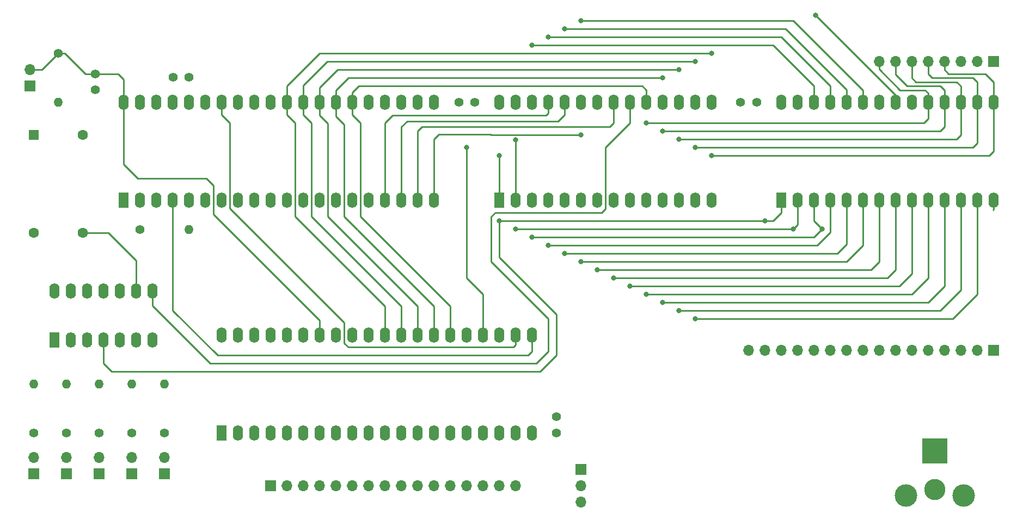
<source format=gbr>
%TF.GenerationSoftware,KiCad,Pcbnew,(5.1.8-0-10_14)*%
%TF.CreationDate,2020-12-19T18:42:48-08:00*%
%TF.ProjectId,Ben6502,42656e36-3530-4322-9e6b-696361645f70,rev?*%
%TF.SameCoordinates,Original*%
%TF.FileFunction,Copper,L4,Bot*%
%TF.FilePolarity,Positive*%
%FSLAX46Y46*%
G04 Gerber Fmt 4.6, Leading zero omitted, Abs format (unit mm)*
G04 Created by KiCad (PCBNEW (5.1.8-0-10_14)) date 2020-12-19 18:42:48*
%MOMM*%
%LPD*%
G01*
G04 APERTURE LIST*
%TA.AperFunction,ComponentPad*%
%ADD10C,3.500000*%
%TD*%
%TA.AperFunction,ComponentPad*%
%ADD11C,3.300000*%
%TD*%
%TA.AperFunction,ComponentPad*%
%ADD12R,4.000000X4.000000*%
%TD*%
%TA.AperFunction,ComponentPad*%
%ADD13O,1.700000X1.700000*%
%TD*%
%TA.AperFunction,ComponentPad*%
%ADD14R,1.700000X1.700000*%
%TD*%
%TA.AperFunction,ComponentPad*%
%ADD15O,1.600000X2.400000*%
%TD*%
%TA.AperFunction,ComponentPad*%
%ADD16R,1.600000X2.400000*%
%TD*%
%TA.AperFunction,ComponentPad*%
%ADD17C,1.600000*%
%TD*%
%TA.AperFunction,ComponentPad*%
%ADD18R,1.600000X1.600000*%
%TD*%
%TA.AperFunction,ComponentPad*%
%ADD19O,1.400000X1.400000*%
%TD*%
%TA.AperFunction,ComponentPad*%
%ADD20C,1.400000*%
%TD*%
%TA.AperFunction,ViaPad*%
%ADD21C,0.800000*%
%TD*%
%TA.AperFunction,Conductor*%
%ADD22C,0.250000*%
%TD*%
G04 APERTURE END LIST*
D10*
%TO.P,J3,MP*%
%TO.N,N/C*%
X234751000Y-129174000D03*
X225751000Y-129174000D03*
D11*
%TO.P,J3,2*%
%TO.N,VCC*%
X230251000Y-128174000D03*
D12*
%TO.P,J3,1*%
%TO.N,GND*%
X230251000Y-122174000D03*
%TD*%
D13*
%TO.P,J2,16*%
%TO.N,/A15*%
X201295000Y-106553000D03*
%TO.P,J2,15*%
%TO.N,/A14*%
X203835000Y-106553000D03*
%TO.P,J2,14*%
%TO.N,/A13*%
X206375000Y-106553000D03*
%TO.P,J2,13*%
%TO.N,/A12*%
X208915000Y-106553000D03*
%TO.P,J2,12*%
%TO.N,/A11*%
X211455000Y-106553000D03*
%TO.P,J2,11*%
%TO.N,/A10*%
X213995000Y-106553000D03*
%TO.P,J2,10*%
%TO.N,/A9*%
X216535000Y-106553000D03*
%TO.P,J2,9*%
%TO.N,/A8*%
X219075000Y-106553000D03*
%TO.P,J2,8*%
%TO.N,/A7*%
X221615000Y-106553000D03*
%TO.P,J2,7*%
%TO.N,/A6*%
X224155000Y-106553000D03*
%TO.P,J2,6*%
%TO.N,/A5*%
X226695000Y-106553000D03*
%TO.P,J2,5*%
%TO.N,/A4*%
X229235000Y-106553000D03*
%TO.P,J2,4*%
%TO.N,/A3*%
X231775000Y-106553000D03*
%TO.P,J2,3*%
%TO.N,/A2*%
X234315000Y-106553000D03*
%TO.P,J2,2*%
%TO.N,/A1*%
X236855000Y-106553000D03*
D14*
%TO.P,J2,1*%
%TO.N,/A0*%
X239395000Y-106553000D03*
%TD*%
D13*
%TO.P,J1,8*%
%TO.N,/D7*%
X221615000Y-61595000D03*
%TO.P,J1,7*%
%TO.N,/D6*%
X224155000Y-61595000D03*
%TO.P,J1,6*%
%TO.N,/D5*%
X226695000Y-61595000D03*
%TO.P,J1,5*%
%TO.N,/D4*%
X229235000Y-61595000D03*
%TO.P,J1,4*%
%TO.N,/D3*%
X231775000Y-61595000D03*
%TO.P,J1,3*%
%TO.N,/D2*%
X234315000Y-61595000D03*
%TO.P,J1,2*%
%TO.N,/D1*%
X236855000Y-61595000D03*
D14*
%TO.P,J1,1*%
%TO.N,/D0*%
X239395000Y-61595000D03*
%TD*%
D15*
%TO.P,U5,28*%
%TO.N,VCC*%
X206375000Y-67945000D03*
%TO.P,U5,14*%
%TO.N,GND*%
X239395000Y-83185000D03*
%TO.P,U5,27*%
%TO.N,VCC*%
X208915000Y-67945000D03*
%TO.P,U5,13*%
%TO.N,/D2*%
X236855000Y-83185000D03*
%TO.P,U5,26*%
%TO.N,/A13*%
X211455000Y-67945000D03*
%TO.P,U5,12*%
%TO.N,/D1*%
X234315000Y-83185000D03*
%TO.P,U5,25*%
%TO.N,/A8*%
X213995000Y-67945000D03*
%TO.P,U5,11*%
%TO.N,/D0*%
X231775000Y-83185000D03*
%TO.P,U5,24*%
%TO.N,/A9*%
X216535000Y-67945000D03*
%TO.P,U5,10*%
%TO.N,/A0*%
X229235000Y-83185000D03*
%TO.P,U5,23*%
%TO.N,/A11*%
X219075000Y-67945000D03*
%TO.P,U5,9*%
%TO.N,/A1*%
X226695000Y-83185000D03*
%TO.P,U5,22*%
%TO.N,GND*%
X221615000Y-67945000D03*
%TO.P,U5,8*%
%TO.N,/A2*%
X224155000Y-83185000D03*
%TO.P,U5,21*%
%TO.N,/A10*%
X224155000Y-67945000D03*
%TO.P,U5,7*%
%TO.N,/A3*%
X221615000Y-83185000D03*
%TO.P,U5,20*%
%TO.N,Net-(U5-Pad20)*%
X226695000Y-67945000D03*
%TO.P,U5,6*%
%TO.N,/A4*%
X219075000Y-83185000D03*
%TO.P,U5,19*%
%TO.N,/D7*%
X229235000Y-67945000D03*
%TO.P,U5,5*%
%TO.N,/A5*%
X216535000Y-83185000D03*
%TO.P,U5,18*%
%TO.N,/D6*%
X231775000Y-67945000D03*
%TO.P,U5,4*%
%TO.N,/A6*%
X213995000Y-83185000D03*
%TO.P,U5,17*%
%TO.N,/D5*%
X234315000Y-67945000D03*
%TO.P,U5,3*%
%TO.N,/A7*%
X211455000Y-83185000D03*
%TO.P,U5,16*%
%TO.N,/D4*%
X236855000Y-67945000D03*
%TO.P,U5,2*%
%TO.N,/A12*%
X208915000Y-83185000D03*
%TO.P,U5,15*%
%TO.N,/D3*%
X239395000Y-67945000D03*
D16*
%TO.P,U5,1*%
%TO.N,/A14*%
X206375000Y-83185000D03*
%TD*%
D15*
%TO.P,U2,28*%
%TO.N,VCC*%
X162560000Y-67945000D03*
%TO.P,U2,14*%
%TO.N,GND*%
X195580000Y-83185000D03*
%TO.P,U2,27*%
%TO.N,Net-(U2-Pad27)*%
X165100000Y-67945000D03*
%TO.P,U2,13*%
%TO.N,/D2*%
X193040000Y-83185000D03*
%TO.P,U2,26*%
%TO.N,/A13*%
X167640000Y-67945000D03*
%TO.P,U2,12*%
%TO.N,/D1*%
X190500000Y-83185000D03*
%TO.P,U2,25*%
%TO.N,/A8*%
X170180000Y-67945000D03*
%TO.P,U2,11*%
%TO.N,/D0*%
X187960000Y-83185000D03*
%TO.P,U2,24*%
%TO.N,/A9*%
X172720000Y-67945000D03*
%TO.P,U2,10*%
%TO.N,/A0*%
X185420000Y-83185000D03*
%TO.P,U2,23*%
%TO.N,/A11*%
X175260000Y-67945000D03*
%TO.P,U2,9*%
%TO.N,/A1*%
X182880000Y-83185000D03*
%TO.P,U2,22*%
%TO.N,/A14*%
X177800000Y-67945000D03*
%TO.P,U2,8*%
%TO.N,/A2*%
X180340000Y-83185000D03*
%TO.P,U2,21*%
%TO.N,/A10*%
X180340000Y-67945000D03*
%TO.P,U2,7*%
%TO.N,/A3*%
X177800000Y-83185000D03*
%TO.P,U2,20*%
%TO.N,Net-(U2-Pad20)*%
X182880000Y-67945000D03*
%TO.P,U2,6*%
%TO.N,/A4*%
X175260000Y-83185000D03*
%TO.P,U2,19*%
%TO.N,/D7*%
X185420000Y-67945000D03*
%TO.P,U2,5*%
%TO.N,/A5*%
X172720000Y-83185000D03*
%TO.P,U2,18*%
%TO.N,/D6*%
X187960000Y-67945000D03*
%TO.P,U2,4*%
%TO.N,/A6*%
X170180000Y-83185000D03*
%TO.P,U2,17*%
%TO.N,/D5*%
X190500000Y-67945000D03*
%TO.P,U2,3*%
%TO.N,/A7*%
X167640000Y-83185000D03*
%TO.P,U2,16*%
%TO.N,/D4*%
X193040000Y-67945000D03*
%TO.P,U2,2*%
%TO.N,/A12*%
X165100000Y-83185000D03*
%TO.P,U2,15*%
%TO.N,/D3*%
X195580000Y-67945000D03*
D16*
%TO.P,U2,1*%
%TO.N,/A14*%
X162560000Y-83185000D03*
%TD*%
D17*
%TO.P,X1,7*%
%TO.N,GND*%
X90170000Y-88265000D03*
%TO.P,X1,8*%
%TO.N,CLK*%
X97790000Y-88265000D03*
%TO.P,X1,14*%
%TO.N,VCC*%
X97790000Y-73025000D03*
D18*
%TO.P,X1,1*%
%TO.N,N/C*%
X90170000Y-73025000D03*
%TD*%
D15*
%TO.P,U6,14*%
%TO.N,VCC*%
X93345000Y-97282000D03*
%TO.P,U6,7*%
%TO.N,GND*%
X108585000Y-104902000D03*
%TO.P,U6,13*%
%TO.N,/A15*%
X95885000Y-97282000D03*
%TO.P,U6,6*%
%TO.N,Net-(U4-Pad23)*%
X106045000Y-104902000D03*
%TO.P,U6,12*%
%TO.N,/A15*%
X98425000Y-97282000D03*
%TO.P,U6,5*%
%TO.N,Net-(U5-Pad20)*%
X103505000Y-104902000D03*
%TO.P,U6,11*%
X100965000Y-97282000D03*
%TO.P,U6,4*%
%TO.N,/A14*%
X100965000Y-104902000D03*
%TO.P,U6,10*%
%TO.N,Net-(U5-Pad20)*%
X103505000Y-97282000D03*
%TO.P,U6,3*%
%TO.N,N/C*%
X98425000Y-104902000D03*
%TO.P,U6,9*%
%TO.N,CLK*%
X106045000Y-97282000D03*
%TO.P,U6,2*%
%TO.N,N/C*%
X95885000Y-104902000D03*
%TO.P,U6,8*%
%TO.N,Net-(U2-Pad20)*%
X108585000Y-97282000D03*
D16*
%TO.P,U6,1*%
%TO.N,N/C*%
X93345000Y-104902000D03*
%TD*%
D15*
%TO.P,U4,40*%
%TO.N,N/C*%
X119380000Y-104140000D03*
%TO.P,U4,20*%
%TO.N,VCC*%
X167640000Y-119380000D03*
%TO.P,U4,39*%
%TO.N,N/C*%
X121920000Y-104140000D03*
%TO.P,U4,19*%
X165100000Y-119380000D03*
%TO.P,U4,38*%
%TO.N,/A0*%
X124460000Y-104140000D03*
%TO.P,U4,18*%
%TO.N,N/C*%
X162560000Y-119380000D03*
%TO.P,U4,37*%
%TO.N,/A1*%
X127000000Y-104140000D03*
%TO.P,U4,17*%
%TO.N,Net-(U1-Pad14)*%
X160020000Y-119380000D03*
%TO.P,U4,36*%
%TO.N,/A2*%
X129540000Y-104140000D03*
%TO.P,U4,16*%
%TO.N,Net-(U1-Pad13)*%
X157480000Y-119380000D03*
%TO.P,U4,35*%
%TO.N,/A3*%
X132080000Y-104140000D03*
%TO.P,U4,15*%
%TO.N,Net-(U1-Pad12)*%
X154940000Y-119380000D03*
%TO.P,U4,34*%
%TO.N,Net-(C1-Pad1)*%
X134620000Y-104140000D03*
%TO.P,U4,14*%
%TO.N,Net-(U1-Pad11)*%
X152400000Y-119380000D03*
%TO.P,U4,33*%
%TO.N,/D0*%
X137160000Y-104140000D03*
%TO.P,U4,13*%
%TO.N,Net-(U1-Pad10)*%
X149860000Y-119380000D03*
%TO.P,U4,32*%
%TO.N,/D1*%
X139700000Y-104140000D03*
%TO.P,U4,12*%
%TO.N,Net-(U1-Pad9)*%
X147320000Y-119380000D03*
%TO.P,U4,31*%
%TO.N,/D2*%
X142240000Y-104140000D03*
%TO.P,U4,11*%
%TO.N,Net-(U1-Pad8)*%
X144780000Y-119380000D03*
%TO.P,U4,30*%
%TO.N,/D3*%
X144780000Y-104140000D03*
%TO.P,U4,10*%
%TO.N,Net-(U1-Pad7)*%
X142240000Y-119380000D03*
%TO.P,U4,29*%
%TO.N,/D4*%
X147320000Y-104140000D03*
%TO.P,U4,9*%
%TO.N,Net-(U1-Pad6)*%
X139700000Y-119380000D03*
%TO.P,U4,28*%
%TO.N,/D5*%
X149860000Y-104140000D03*
%TO.P,U4,8*%
%TO.N,Net-(U1-Pad5)*%
X137160000Y-119380000D03*
%TO.P,U4,27*%
%TO.N,/D6*%
X152400000Y-104140000D03*
%TO.P,U4,7*%
%TO.N,Net-(U1-Pad4)*%
X134620000Y-119380000D03*
%TO.P,U4,26*%
%TO.N,/D7*%
X154940000Y-104140000D03*
%TO.P,U4,6*%
%TO.N,Net-(R7-Pad1)*%
X132080000Y-119380000D03*
%TO.P,U4,25*%
%TO.N,CLK*%
X157480000Y-104140000D03*
%TO.P,U4,5*%
%TO.N,Net-(R6-Pad1)*%
X129540000Y-119380000D03*
%TO.P,U4,24*%
%TO.N,/A13*%
X160020000Y-104140000D03*
%TO.P,U4,4*%
%TO.N,Net-(R5-Pad1)*%
X127000000Y-119380000D03*
%TO.P,U4,23*%
%TO.N,Net-(U4-Pad23)*%
X162560000Y-104140000D03*
%TO.P,U4,3*%
%TO.N,Net-(R4-Pad1)*%
X124460000Y-119380000D03*
%TO.P,U4,22*%
%TO.N,Net-(U2-Pad27)*%
X165100000Y-104140000D03*
%TO.P,U4,2*%
%TO.N,Net-(R3-Pad1)*%
X121920000Y-119380000D03*
%TO.P,U4,21*%
%TO.N,IRQ*%
X167640000Y-104140000D03*
D16*
%TO.P,U4,1*%
%TO.N,GND*%
X119380000Y-119380000D03*
%TD*%
D15*
%TO.P,U3,40*%
%TO.N,Net-(C1-Pad1)*%
X104140000Y-67945000D03*
%TO.P,U3,20*%
%TO.N,/A11*%
X152400000Y-83185000D03*
%TO.P,U3,39*%
%TO.N,N/C*%
X106680000Y-67945000D03*
%TO.P,U3,19*%
%TO.N,/A10*%
X149860000Y-83185000D03*
%TO.P,U3,38*%
%TO.N,N/C*%
X109220000Y-67945000D03*
%TO.P,U3,18*%
%TO.N,/A9*%
X147320000Y-83185000D03*
%TO.P,U3,37*%
%TO.N,CLK*%
X111760000Y-67945000D03*
%TO.P,U3,17*%
%TO.N,/A8*%
X144780000Y-83185000D03*
%TO.P,U3,36*%
%TO.N,VCC*%
X114300000Y-67945000D03*
%TO.P,U3,16*%
%TO.N,/A7*%
X142240000Y-83185000D03*
%TO.P,U3,35*%
%TO.N,N/C*%
X116840000Y-67945000D03*
%TO.P,U3,15*%
%TO.N,/A6*%
X139700000Y-83185000D03*
%TO.P,U3,34*%
%TO.N,Net-(U2-Pad27)*%
X119380000Y-67945000D03*
%TO.P,U3,14*%
%TO.N,/A5*%
X137160000Y-83185000D03*
%TO.P,U3,33*%
%TO.N,/D0*%
X121920000Y-67945000D03*
%TO.P,U3,13*%
%TO.N,/A4*%
X134620000Y-83185000D03*
%TO.P,U3,32*%
%TO.N,/D1*%
X124460000Y-67945000D03*
%TO.P,U3,12*%
%TO.N,/A3*%
X132080000Y-83185000D03*
%TO.P,U3,31*%
%TO.N,/D2*%
X127000000Y-67945000D03*
%TO.P,U3,11*%
%TO.N,/A2*%
X129540000Y-83185000D03*
%TO.P,U3,30*%
%TO.N,/D3*%
X129540000Y-67945000D03*
%TO.P,U3,10*%
%TO.N,/A1*%
X127000000Y-83185000D03*
%TO.P,U3,29*%
%TO.N,/D4*%
X132080000Y-67945000D03*
%TO.P,U3,9*%
%TO.N,/A0*%
X124460000Y-83185000D03*
%TO.P,U3,28*%
%TO.N,/D5*%
X134620000Y-67945000D03*
%TO.P,U3,8*%
%TO.N,VCC*%
X121920000Y-83185000D03*
%TO.P,U3,27*%
%TO.N,/D6*%
X137160000Y-67945000D03*
%TO.P,U3,7*%
%TO.N,N/C*%
X119380000Y-83185000D03*
%TO.P,U3,26*%
%TO.N,/D7*%
X139700000Y-67945000D03*
%TO.P,U3,6*%
%TO.N,VCC*%
X116840000Y-83185000D03*
%TO.P,U3,25*%
%TO.N,/A15*%
X142240000Y-67945000D03*
%TO.P,U3,5*%
%TO.N,N/C*%
X114300000Y-83185000D03*
%TO.P,U3,24*%
%TO.N,/A14*%
X144780000Y-67945000D03*
%TO.P,U3,4*%
%TO.N,IRQ*%
X111760000Y-83185000D03*
%TO.P,U3,23*%
%TO.N,/A13*%
X147320000Y-67945000D03*
%TO.P,U3,3*%
%TO.N,N/C*%
X109220000Y-83185000D03*
%TO.P,U3,22*%
%TO.N,/A12*%
X149860000Y-67945000D03*
%TO.P,U3,2*%
%TO.N,Net-(R2-Pad1)*%
X106680000Y-83185000D03*
%TO.P,U3,21*%
%TO.N,GND*%
X152400000Y-67945000D03*
D16*
%TO.P,U3,1*%
%TO.N,N/C*%
X104140000Y-83185000D03*
%TD*%
D13*
%TO.P,U1,16*%
%TO.N,GND*%
X165100000Y-127635000D03*
%TO.P,U1,15*%
%TO.N,VCC*%
X162560000Y-127635000D03*
%TO.P,U1,14*%
%TO.N,Net-(U1-Pad14)*%
X160020000Y-127635000D03*
%TO.P,U1,13*%
%TO.N,Net-(U1-Pad13)*%
X157480000Y-127635000D03*
%TO.P,U1,12*%
%TO.N,Net-(U1-Pad12)*%
X154940000Y-127635000D03*
%TO.P,U1,11*%
%TO.N,Net-(U1-Pad11)*%
X152400000Y-127635000D03*
%TO.P,U1,10*%
%TO.N,Net-(U1-Pad10)*%
X149860000Y-127635000D03*
%TO.P,U1,9*%
%TO.N,Net-(U1-Pad9)*%
X147320000Y-127635000D03*
%TO.P,U1,8*%
%TO.N,Net-(U1-Pad8)*%
X144780000Y-127635000D03*
%TO.P,U1,7*%
%TO.N,Net-(U1-Pad7)*%
X142240000Y-127635000D03*
%TO.P,U1,6*%
%TO.N,Net-(U1-Pad6)*%
X139700000Y-127635000D03*
%TO.P,U1,5*%
%TO.N,Net-(U1-Pad5)*%
X137160000Y-127635000D03*
%TO.P,U1,4*%
%TO.N,Net-(U1-Pad4)*%
X134620000Y-127635000D03*
%TO.P,U1,3*%
%TO.N,Net-(RV1-Pad2)*%
X132080000Y-127635000D03*
%TO.P,U1,2*%
%TO.N,VCC*%
X129540000Y-127635000D03*
D14*
%TO.P,U1,1*%
%TO.N,GND*%
X127000000Y-127635000D03*
%TD*%
D13*
%TO.P,SW5,2*%
%TO.N,Net-(R7-Pad1)*%
X90170000Y-123190000D03*
D14*
%TO.P,SW5,1*%
%TO.N,GND*%
X90170000Y-125730000D03*
%TD*%
D13*
%TO.P,SW4,2*%
%TO.N,Net-(R6-Pad1)*%
X95250000Y-123190000D03*
D14*
%TO.P,SW4,1*%
%TO.N,GND*%
X95250000Y-125730000D03*
%TD*%
D13*
%TO.P,SW3,2*%
%TO.N,Net-(R5-Pad1)*%
X100330000Y-123190000D03*
D14*
%TO.P,SW3,1*%
%TO.N,GND*%
X100330000Y-125730000D03*
%TD*%
D13*
%TO.P,SW2,2*%
%TO.N,Net-(R4-Pad1)*%
X105410000Y-123190000D03*
D14*
%TO.P,SW2,1*%
%TO.N,GND*%
X105410000Y-125730000D03*
%TD*%
D13*
%TO.P,SW1,2*%
%TO.N,Net-(R3-Pad1)*%
X110490000Y-123190000D03*
D14*
%TO.P,SW1,1*%
%TO.N,GND*%
X110490000Y-125730000D03*
%TD*%
D13*
%TO.P,RV1,3*%
%TO.N,N/C*%
X175260000Y-130175000D03*
%TO.P,RV1,2*%
%TO.N,Net-(RV1-Pad2)*%
X175260000Y-127635000D03*
D14*
%TO.P,RV1,1*%
%TO.N,GND*%
X175260000Y-125095000D03*
%TD*%
D13*
%TO.P,RESET1,2*%
%TO.N,Net-(C1-Pad1)*%
X89535000Y-62865000D03*
D14*
%TO.P,RESET1,1*%
%TO.N,GND*%
X89535000Y-65405000D03*
%TD*%
D19*
%TO.P,R7,2*%
%TO.N,VCC*%
X90170000Y-111760000D03*
D20*
%TO.P,R7,1*%
%TO.N,Net-(R7-Pad1)*%
X90170000Y-119380000D03*
%TD*%
D19*
%TO.P,R6,2*%
%TO.N,VCC*%
X95250000Y-111760000D03*
D20*
%TO.P,R6,1*%
%TO.N,Net-(R6-Pad1)*%
X95250000Y-119380000D03*
%TD*%
D19*
%TO.P,R5,2*%
%TO.N,VCC*%
X100330000Y-111760000D03*
D20*
%TO.P,R5,1*%
%TO.N,Net-(R5-Pad1)*%
X100330000Y-119380000D03*
%TD*%
D19*
%TO.P,R4,2*%
%TO.N,VCC*%
X105410000Y-111760000D03*
D20*
%TO.P,R4,1*%
%TO.N,Net-(R4-Pad1)*%
X105410000Y-119380000D03*
%TD*%
D19*
%TO.P,R3,2*%
%TO.N,VCC*%
X110490000Y-111760000D03*
D20*
%TO.P,R3,1*%
%TO.N,Net-(R3-Pad1)*%
X110490000Y-119380000D03*
%TD*%
D19*
%TO.P,R2,2*%
%TO.N,VCC*%
X114300000Y-87757000D03*
D20*
%TO.P,R2,1*%
%TO.N,Net-(R2-Pad1)*%
X106680000Y-87757000D03*
%TD*%
D19*
%TO.P,R1,2*%
%TO.N,VCC*%
X93980000Y-67945000D03*
D20*
%TO.P,R1,1*%
%TO.N,Net-(C1-Pad1)*%
X93980000Y-60325000D03*
%TD*%
%TO.P,C5,2*%
%TO.N,GND*%
X200065000Y-67945000D03*
%TO.P,C5,1*%
%TO.N,VCC*%
X202565000Y-67945000D03*
%TD*%
%TO.P,C4,2*%
%TO.N,GND*%
X171450000Y-116880000D03*
%TO.P,C4,1*%
%TO.N,VCC*%
X171450000Y-119380000D03*
%TD*%
%TO.P,C3,2*%
%TO.N,GND*%
X111800000Y-64008000D03*
%TO.P,C3,1*%
%TO.N,VCC*%
X114300000Y-64008000D03*
%TD*%
%TO.P,C2,2*%
%TO.N,GND*%
X156250000Y-67945000D03*
%TO.P,C2,1*%
%TO.N,VCC*%
X158750000Y-67945000D03*
%TD*%
%TO.P,C1,2*%
%TO.N,GND*%
X99695000Y-66000000D03*
%TO.P,C1,1*%
%TO.N,Net-(C1-Pad1)*%
X99695000Y-63500000D03*
%TD*%
D21*
%TO.N,/D2*%
X193040000Y-101600000D03*
%TO.N,/A13*%
X157480000Y-74930000D03*
X167640000Y-59054990D03*
%TO.N,/D1*%
X190499993Y-100330007D03*
%TO.N,/A8*%
X170180000Y-57785000D03*
%TO.N,/D0*%
X187960000Y-99060000D03*
%TO.N,/A9*%
X172720000Y-56515000D03*
%TO.N,/A0*%
X185420000Y-97790000D03*
%TO.N,/A11*%
X175260000Y-73025000D03*
X175260000Y-55245000D03*
%TO.N,/A1*%
X182880000Y-96520000D03*
%TO.N,/A14*%
X162560000Y-86360000D03*
X162560000Y-76200000D03*
X203835000Y-86360000D03*
%TO.N,/A2*%
X180340000Y-95250000D03*
%TO.N,/A10*%
X211709022Y-54356000D03*
%TO.N,/A3*%
X177800000Y-93980000D03*
%TO.N,/A4*%
X175260000Y-92709988D03*
%TO.N,/D7*%
X185420000Y-71120002D03*
%TO.N,/A5*%
X172720000Y-91440000D03*
%TO.N,/D6*%
X187960000Y-64135000D03*
X187960000Y-72390000D03*
%TO.N,/A6*%
X170180000Y-90169992D03*
%TO.N,/D5*%
X190500000Y-62865016D03*
X190500000Y-73660000D03*
%TO.N,/A7*%
X167640000Y-88900000D03*
X212725000Y-87630000D03*
%TO.N,/D4*%
X193040026Y-61595000D03*
X193040000Y-74930000D03*
%TO.N,/A12*%
X165100000Y-87630000D03*
X165100000Y-73752010D03*
X208280000Y-87630000D03*
%TO.N,/D3*%
X195580000Y-60325000D03*
X195580000Y-76200000D03*
%TD*%
D22*
%TO.N,GND*%
X239395000Y-84639000D02*
X239321999Y-84712001D01*
X239395000Y-83185000D02*
X239395000Y-84639000D01*
%TO.N,Net-(C1-Pad1)*%
X91440000Y-62865000D02*
X93980000Y-60325000D01*
X89535000Y-62865000D02*
X91440000Y-62865000D01*
X98171000Y-63500000D02*
X99695000Y-63500000D01*
X94996000Y-60325000D02*
X98171000Y-63500000D01*
X93980000Y-60325000D02*
X94996000Y-60325000D01*
X104140000Y-64389000D02*
X104140000Y-67945000D01*
X103251000Y-63500000D02*
X104140000Y-64389000D01*
X99695000Y-63500000D02*
X103251000Y-63500000D01*
X134620000Y-101917500D02*
X134620000Y-104140000D01*
X118110000Y-85407500D02*
X134620000Y-101917500D01*
X116967000Y-79756000D02*
X118110000Y-80899000D01*
X106299000Y-79756000D02*
X116967000Y-79756000D01*
X118110000Y-80899000D02*
X118110000Y-85407500D01*
X104140000Y-77597000D02*
X106299000Y-79756000D01*
X104140000Y-67945000D02*
X104140000Y-77597000D01*
%TO.N,Net-(U2-Pad27)*%
X164719000Y-106045000D02*
X165100000Y-105664000D01*
X139065000Y-106045000D02*
X164719000Y-106045000D01*
X138430000Y-105410000D02*
X139065000Y-106045000D01*
X120650000Y-71120000D02*
X120650000Y-84455000D01*
X138430000Y-102235000D02*
X138430000Y-105410000D01*
X120650000Y-84455000D02*
X138430000Y-102235000D01*
X119380000Y-69850000D02*
X120650000Y-71120000D01*
X165100000Y-105664000D02*
X165100000Y-104140000D01*
X119380000Y-67945000D02*
X119380000Y-69850000D01*
%TO.N,/D2*%
X233045000Y-101600000D02*
X193040000Y-101600000D01*
X236855000Y-97790000D02*
X233045000Y-101600000D01*
X236855000Y-83185000D02*
X236855000Y-97790000D01*
%TO.N,/A13*%
X157480000Y-95250000D02*
X157480000Y-74930000D01*
X160020000Y-97790000D02*
X157480000Y-95250000D01*
X160020000Y-104140000D02*
X160020000Y-97790000D01*
X205104990Y-59054990D02*
X167640000Y-59054990D01*
X211455000Y-65405000D02*
X205104990Y-59054990D01*
X211455000Y-67945000D02*
X211455000Y-65405000D01*
%TO.N,/D1*%
X234315000Y-97155000D02*
X231139993Y-100330007D01*
X231139993Y-100330007D02*
X190499993Y-100330007D01*
X234315000Y-83185000D02*
X234315000Y-97155000D01*
%TO.N,/A8*%
X206375000Y-57785000D02*
X170180000Y-57785000D01*
X213995000Y-65405000D02*
X206375000Y-57785000D01*
X213995000Y-67945000D02*
X213995000Y-65405000D01*
X170180000Y-69596000D02*
X170180000Y-67945000D01*
X169799000Y-69977000D02*
X170180000Y-69596000D01*
X145923000Y-69977000D02*
X169799000Y-69977000D01*
X144780000Y-71120000D02*
X145923000Y-69977000D01*
X144780000Y-83185000D02*
X144780000Y-71120000D01*
%TO.N,/D0*%
X229235000Y-99060000D02*
X187960000Y-99060000D01*
X231775000Y-96520000D02*
X229235000Y-99060000D01*
X231775000Y-83185000D02*
X231775000Y-96520000D01*
%TO.N,/A9*%
X207102000Y-56515000D02*
X172720000Y-56515000D01*
X216535000Y-65948000D02*
X207102000Y-56515000D01*
X216535000Y-67945000D02*
X216535000Y-65948000D01*
X148209000Y-70866000D02*
X171704000Y-70866000D01*
X147320000Y-71755000D02*
X148209000Y-70866000D01*
X172720000Y-69850000D02*
X172720000Y-67945000D01*
X171704000Y-70866000D02*
X172720000Y-69850000D01*
X147320000Y-83185000D02*
X147320000Y-71755000D01*
%TO.N,/A0*%
X229235000Y-83185000D02*
X229235000Y-95250000D01*
X229235000Y-95250000D02*
X226695000Y-97790000D01*
X226695000Y-97790000D02*
X185420000Y-97790000D01*
%TO.N,/A11*%
X172720000Y-73025000D02*
X175260000Y-73025000D01*
X161290000Y-73025000D02*
X175260000Y-73025000D01*
X161200000Y-72935000D02*
X161290000Y-73025000D01*
X153125000Y-72935000D02*
X161200000Y-72935000D01*
X152400000Y-73660000D02*
X153125000Y-72935000D01*
X152400000Y-83185000D02*
X152400000Y-73660000D01*
X208280000Y-55245000D02*
X175260000Y-55245000D01*
X219075000Y-66040000D02*
X208280000Y-55245000D01*
X219075000Y-67945000D02*
X219075000Y-66040000D01*
%TO.N,/A1*%
X224790000Y-96520000D02*
X182880000Y-96520000D01*
X226695000Y-94615000D02*
X224790000Y-96520000D01*
X226695000Y-83185000D02*
X226695000Y-94615000D01*
%TO.N,/A14*%
X206375000Y-85090000D02*
X205105000Y-86360000D01*
X206375000Y-83185000D02*
X206375000Y-85090000D01*
X162560000Y-83185000D02*
X162560000Y-76200000D01*
X203835000Y-86360000D02*
X162560000Y-86360000D01*
X205105000Y-86360000D02*
X203835000Y-86360000D01*
X100965000Y-108585000D02*
X100965000Y-104902000D01*
X102235000Y-109855000D02*
X100965000Y-108585000D01*
X171450000Y-100965000D02*
X171450000Y-107315000D01*
X168910000Y-109855000D02*
X102235000Y-109855000D01*
X171450000Y-107315000D02*
X168910000Y-109855000D01*
X162560000Y-92075000D02*
X171450000Y-100965000D01*
X162560000Y-86360000D02*
X162560000Y-92075000D01*
%TO.N,/A2*%
X222885000Y-95250000D02*
X180340000Y-95250000D01*
X224155000Y-93980000D02*
X222885000Y-95250000D01*
X224155000Y-83185000D02*
X224155000Y-93980000D01*
%TO.N,/A10*%
X180340000Y-71120000D02*
X180340000Y-67945000D01*
X179705000Y-71755000D02*
X180340000Y-71120000D01*
X150495000Y-71755000D02*
X179705000Y-71755000D01*
X149860000Y-72390000D02*
X150495000Y-71755000D01*
X149860000Y-83185000D02*
X149860000Y-72390000D01*
X211709022Y-54356022D02*
X211709022Y-54356000D01*
X224155000Y-66802000D02*
X211709022Y-54356022D01*
X224155000Y-67945000D02*
X224155000Y-66802000D01*
%TO.N,/A3*%
X221615000Y-92710000D02*
X220345000Y-93980000D01*
X220345000Y-93980000D02*
X177800000Y-93980000D01*
X221615000Y-83185000D02*
X221615000Y-92710000D01*
%TO.N,Net-(U2-Pad20)*%
X182880000Y-71120000D02*
X182880000Y-67945000D01*
X179070000Y-74930000D02*
X182880000Y-71120000D01*
X179070000Y-84499416D02*
X179070000Y-74930000D01*
X178479416Y-85090000D02*
X179070000Y-84499416D01*
X108585000Y-99568000D02*
X117602000Y-108585000D01*
X161925000Y-85090000D02*
X178479416Y-85090000D01*
X108585000Y-97282000D02*
X108585000Y-99568000D01*
X161290000Y-85725000D02*
X161925000Y-85090000D01*
X161290000Y-92710000D02*
X161290000Y-85725000D01*
X170180000Y-101600000D02*
X161290000Y-92710000D01*
X170180000Y-106680000D02*
X170180000Y-101600000D01*
X168275000Y-108585000D02*
X170180000Y-106680000D01*
X117602000Y-108585000D02*
X168275000Y-108585000D01*
%TO.N,/A4*%
X219075000Y-83185000D02*
X219075000Y-90170002D01*
X175260000Y-92709988D02*
X216535014Y-92709988D01*
X216535014Y-92709988D02*
X219075000Y-90170002D01*
%TO.N,/D7*%
X139700000Y-67945000D02*
X140248996Y-67945000D01*
X185420000Y-66040000D02*
X185420000Y-67945000D01*
X184785000Y-65405000D02*
X185420000Y-66040000D01*
X140716000Y-65405000D02*
X184785000Y-65405000D01*
X139700000Y-66421000D02*
X140716000Y-65405000D01*
X139700000Y-67945000D02*
X139700000Y-66421000D01*
X228599998Y-71120002D02*
X185420000Y-71120002D01*
X229235000Y-70485000D02*
X228599998Y-71120002D01*
X229235000Y-67945000D02*
X229235000Y-70485000D01*
X154940000Y-99695000D02*
X154940000Y-104140000D01*
X140970000Y-85725000D02*
X154940000Y-99695000D01*
X140970000Y-71120000D02*
X140970000Y-85725000D01*
X139700000Y-69850000D02*
X140970000Y-71120000D01*
X139700000Y-67945000D02*
X139700000Y-69850000D01*
X221615000Y-62797081D02*
X221615000Y-61595000D01*
X228780000Y-66040000D02*
X224857919Y-66040000D01*
X229235000Y-67945000D02*
X229235000Y-66495000D01*
X229235000Y-66495000D02*
X228780000Y-66040000D01*
X224857919Y-66040000D02*
X221615000Y-62797081D01*
%TO.N,/A5*%
X216535000Y-83185000D02*
X216535000Y-90043000D01*
X215138000Y-91440000D02*
X216535000Y-90043000D01*
X172720000Y-91440000D02*
X215138000Y-91440000D01*
%TO.N,/D6*%
X152400000Y-99695000D02*
X152400000Y-104140000D01*
X140507510Y-87802510D02*
X152400000Y-99695000D01*
X138430000Y-85725000D02*
X140462000Y-87757000D01*
X138430000Y-71374000D02*
X138430000Y-85725000D01*
X137160000Y-70104000D02*
X138430000Y-71374000D01*
X137160000Y-67945000D02*
X137160000Y-70104000D01*
X139065000Y-64135000D02*
X187960000Y-64135000D01*
X137160000Y-66040000D02*
X139065000Y-64135000D01*
X137160000Y-67945000D02*
X137160000Y-66040000D01*
X231775000Y-71755000D02*
X231775000Y-67945000D01*
X231140000Y-72390000D02*
X231775000Y-71755000D01*
X187960000Y-72390000D02*
X231140000Y-72390000D01*
X231775000Y-66040000D02*
X231140000Y-65405000D01*
X224155000Y-63627000D02*
X224155000Y-62230000D01*
X225933000Y-65405000D02*
X224155000Y-63627000D01*
X231140000Y-65405000D02*
X225933000Y-65405000D01*
X231775000Y-67945000D02*
X231775000Y-66040000D01*
%TO.N,/A6*%
X213995000Y-88138000D02*
X211963008Y-90169992D01*
X211963008Y-90169992D02*
X170180000Y-90169992D01*
X213995000Y-83185000D02*
X213995000Y-88138000D01*
%TO.N,/D5*%
X134620000Y-67945000D02*
X134620000Y-65659000D01*
X134620000Y-65659000D02*
X137413984Y-62865016D01*
X137413984Y-62865016D02*
X190500000Y-62865016D01*
X233680000Y-73660000D02*
X190500000Y-73660000D01*
X234315000Y-73025000D02*
X233680000Y-73660000D01*
X234315000Y-67945000D02*
X234315000Y-73025000D01*
X227330000Y-64770000D02*
X226695000Y-64135000D01*
X233680000Y-64770000D02*
X227330000Y-64770000D01*
X234315000Y-65405000D02*
X233680000Y-64770000D01*
X226695000Y-64135000D02*
X226695000Y-62230000D01*
X234315000Y-67945000D02*
X234315000Y-65405000D01*
X135890000Y-71247000D02*
X135890000Y-85725000D01*
X135890000Y-85725000D02*
X149860000Y-99695000D01*
X134620000Y-69977000D02*
X135890000Y-71247000D01*
X134620000Y-67945000D02*
X134620000Y-69977000D01*
X149860000Y-99695000D02*
X149860000Y-104140000D01*
%TO.N,/A7*%
X142240000Y-83185000D02*
X142240000Y-83820000D01*
X211455000Y-86360000D02*
X212725000Y-87630000D01*
X167640000Y-88900000D02*
X211455000Y-88900000D01*
X211455000Y-88900000D02*
X212725000Y-87630000D01*
X211455000Y-83185000D02*
X211455000Y-86360000D01*
%TO.N,/D4*%
X135763000Y-61595000D02*
X193040026Y-61595000D01*
X132080000Y-65278000D02*
X135763000Y-61595000D01*
X132080000Y-67945000D02*
X132080000Y-65278000D01*
X236220000Y-74930000D02*
X193040000Y-74930000D01*
X236855000Y-74295000D02*
X236220000Y-74930000D01*
X236855000Y-67945000D02*
X236855000Y-74295000D01*
X229235000Y-63500000D02*
X229235000Y-62230000D01*
X229870000Y-64135000D02*
X229235000Y-63500000D01*
X236220000Y-64135000D02*
X229870000Y-64135000D01*
X236855000Y-64770000D02*
X236220000Y-64135000D01*
X236855000Y-67945000D02*
X236855000Y-64770000D01*
X147320000Y-99695000D02*
X147320000Y-104140000D01*
X133350000Y-85725000D02*
X147320000Y-99695000D01*
X133350000Y-85725000D02*
X133985000Y-86360000D01*
X133350000Y-71120000D02*
X133350000Y-85725000D01*
X132080000Y-69850000D02*
X133350000Y-71120000D01*
X132080000Y-67945000D02*
X132080000Y-69850000D01*
%TO.N,/A12*%
X165100000Y-83185000D02*
X165100000Y-73752010D01*
X208915000Y-86995000D02*
X208280000Y-87630000D01*
X165100000Y-87630000D02*
X208280000Y-87630000D01*
X208915000Y-83185000D02*
X208915000Y-86995000D01*
%TO.N,/D3*%
X129540000Y-65405000D02*
X134620000Y-60325000D01*
X129540000Y-67945000D02*
X129540000Y-65405000D01*
X134620000Y-60325000D02*
X195580000Y-60325000D01*
X238760000Y-76200000D02*
X195580000Y-76200000D01*
X239395000Y-75565000D02*
X238760000Y-76200000D01*
X239395000Y-67945000D02*
X239395000Y-75565000D01*
X231775000Y-62865000D02*
X231775000Y-62230000D01*
X238125000Y-63500000D02*
X232410000Y-63500000D01*
X232410000Y-63500000D02*
X231775000Y-62865000D01*
X239395000Y-64770000D02*
X238125000Y-63500000D01*
X239395000Y-67945000D02*
X239395000Y-64770000D01*
X144780000Y-99695000D02*
X144780000Y-104140000D01*
X130810000Y-71120000D02*
X130810000Y-85725000D01*
X130810000Y-85725000D02*
X144780000Y-99695000D01*
X129540000Y-69850000D02*
X130810000Y-71120000D01*
X129540000Y-67945000D02*
X129540000Y-69850000D01*
%TO.N,CLK*%
X111760000Y-68580000D02*
X111760000Y-67945000D01*
X101727000Y-88265000D02*
X106045000Y-92583000D01*
X106045000Y-92583000D02*
X106045000Y-97282000D01*
X97790000Y-88265000D02*
X101727000Y-88265000D01*
%TO.N,IRQ*%
X111760000Y-100330000D02*
X111760000Y-83185000D01*
X118745000Y-107315000D02*
X111760000Y-100330000D01*
X167005000Y-107315000D02*
X118745000Y-107315000D01*
X167640000Y-106680000D02*
X167005000Y-107315000D01*
X167640000Y-104140000D02*
X167640000Y-106680000D01*
%TD*%
M02*

</source>
